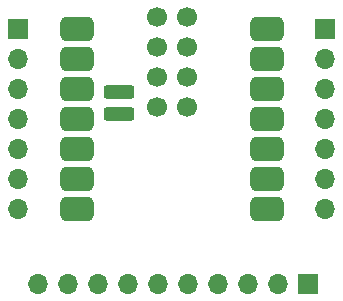
<source format=gbr>
%TF.GenerationSoftware,KiCad,Pcbnew,9.0.3*%
%TF.CreationDate,2025-08-30T15:17:24+02:00*%
%TF.ProjectId,rl_uc_module,726c5f75-635f-46d6-9f64-756c652e6b69,rev?*%
%TF.SameCoordinates,Original*%
%TF.FileFunction,Soldermask,Top*%
%TF.FilePolarity,Negative*%
%FSLAX46Y46*%
G04 Gerber Fmt 4.6, Leading zero omitted, Abs format (unit mm)*
G04 Created by KiCad (PCBNEW 9.0.3) date 2025-08-30 15:17:24*
%MOMM*%
%LPD*%
G01*
G04 APERTURE LIST*
G04 Aperture macros list*
%AMRoundRect*
0 Rectangle with rounded corners*
0 $1 Rounding radius*
0 $2 $3 $4 $5 $6 $7 $8 $9 X,Y pos of 4 corners*
0 Add a 4 corners polygon primitive as box body*
4,1,4,$2,$3,$4,$5,$6,$7,$8,$9,$2,$3,0*
0 Add four circle primitives for the rounded corners*
1,1,$1+$1,$2,$3*
1,1,$1+$1,$4,$5*
1,1,$1+$1,$6,$7*
1,1,$1+$1,$8,$9*
0 Add four rect primitives between the rounded corners*
20,1,$1+$1,$2,$3,$4,$5,0*
20,1,$1+$1,$4,$5,$6,$7,0*
20,1,$1+$1,$6,$7,$8,$9,0*
20,1,$1+$1,$8,$9,$2,$3,0*%
G04 Aperture macros list end*
%ADD10RoundRect,0.525400X-0.900400X-0.525400X0.900400X-0.525400X0.900400X0.525400X-0.900400X0.525400X0*%
%ADD11RoundRect,0.300400X1.000400X0.300400X-1.000400X0.300400X-1.000400X-0.300400X1.000400X-0.300400X0*%
%ADD12C,1.700000*%
%ADD13R,1.700000X1.700000*%
%ADD14O,1.700000X1.700000*%
G04 APERTURE END LIST*
D10*
%TO.C,U1*%
X91938636Y-92427000D03*
X91938636Y-94967000D03*
X91938636Y-97507000D03*
X91938636Y-100047000D03*
X91938636Y-102587000D03*
X91938636Y-105127000D03*
X91938636Y-107667000D03*
X108103636Y-107667000D03*
X108103636Y-105127000D03*
X108103636Y-102587000D03*
X108103636Y-100047000D03*
X108103636Y-97507000D03*
X108103636Y-94967000D03*
X108103636Y-92427000D03*
D11*
X95548636Y-99665000D03*
X95548636Y-97760000D03*
D12*
X98723636Y-91415000D03*
X101263636Y-91415000D03*
X98723636Y-93955000D03*
X101263636Y-93955000D03*
X98723636Y-96495000D03*
X101263636Y-96495000D03*
X98723636Y-99035000D03*
X101263636Y-99035000D03*
%TD*%
D13*
%TO.C,X3*%
X111540000Y-114000000D03*
D14*
X109000000Y-114000000D03*
X106460000Y-114000000D03*
X103920000Y-114000000D03*
X101380000Y-114000000D03*
X98840000Y-114000000D03*
X96300000Y-114000000D03*
X93760000Y-114000000D03*
X91220000Y-114000000D03*
X88680000Y-114000000D03*
%TD*%
D13*
%TO.C,X1*%
X87000000Y-92420000D03*
D14*
X87000000Y-94960000D03*
X87000000Y-97500000D03*
X87000000Y-100040000D03*
X87000000Y-102580000D03*
X87000000Y-105120000D03*
X87000000Y-107660000D03*
%TD*%
D13*
%TO.C,X2*%
X113000000Y-92420000D03*
D14*
X113000000Y-94960000D03*
X113000000Y-97500000D03*
X113000000Y-100040000D03*
X113000000Y-102580000D03*
X113000000Y-105120000D03*
X113000000Y-107660000D03*
%TD*%
M02*

</source>
